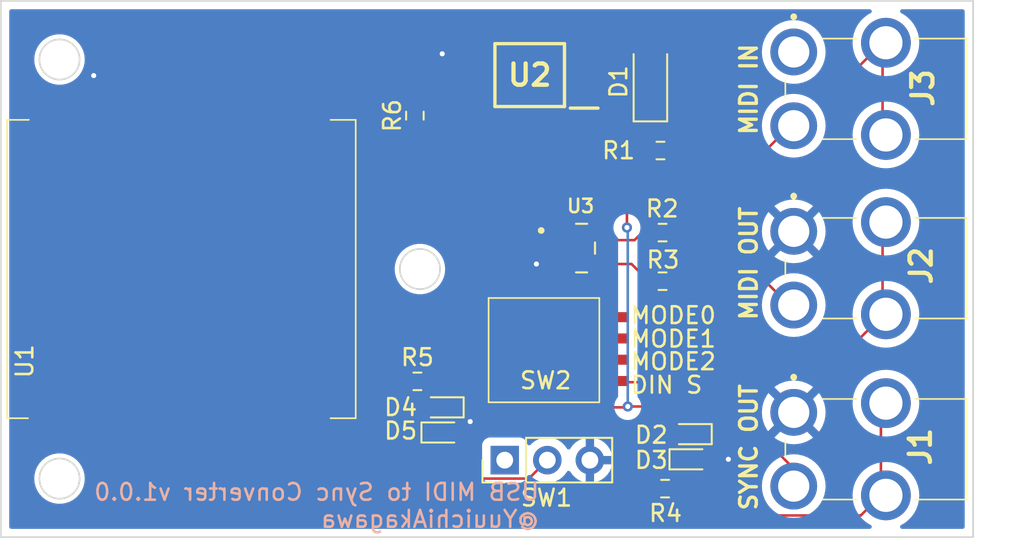
<source format=kicad_pcb>
(kicad_pcb (version 20221018) (generator pcbnew)
  (layers (0 "F.Cu" signal) (31 "B.Cu" signal) (34 "B.Paste" user) (35 "F.Paste" user) (36 "B.SilkS" user "B.Silkscreen") (37 "F.SilkS" user "F.Silkscreen") (38 "B.Mask" user) (39 "F.Mask" user) (44 "Edge.Cuts" user))
  (net 0 "")
  (net 1 "GND")
  (net 2 "Net-(J2-Ring)")
  (net 4 "Net-(SW1-B)")
  (net 5 "Net-(J1-Ring)")
  (net 6 "Net-(U1-PA11_A3_D3)")
  (net 7 "Net-(U1-PA8_A4_D4_SDA)")
  (net 8 "Net-(D1-A)")
  (net 9 "Net-(U1-PA9_A5_D5_SCL)")
  (net 12 "+3.3V")
  (net 13 "Net-(J2-Tip)")
  (net 15 "Net-(J3-Ring)")
  (net 16 "Net-(U1-PB08_A6_D6_TX)")
  (net 17 "+5V")
  (net 18 "Net-(U1-PA02_A0_D0)")
  (net 19 "Net-(U1-PA10_A2_D2)")
  (net 21 "Net-(D1-K)")
  (net 22 "Net-(D2-A)")
  (net 23 "Net-(D4-A)")
  (net 24 "Net-(U3-Y)")
  (net 25 "Net-(U1-PB09_A7_D7_RX)")
  (footprint "00_MyFootprintLibs:MJ8435" (layer "F.Cu") (at 102.3 85.55 -90)
    (fp_text reference "J3" (at 2.15 -7.7 -90) (layer "F.SilkS") (effects (font (size 1.27 1.27) (thickness 0.254))))
    (fp_text value "MJ8435" hide)
    (fp_line (start -2 0) (end -2 0) (stroke (width 0.2)) (layer "F.SilkS"))
    (fp_line (start -2 0) (end -2 0) (stroke (width 0.2)) (layer "F.SilkS"))
    (fp_line (start -0.8 -10.3) (end 5.2 -10.3) (stroke (width 0.1)) (layer "F.SilkS"))
    (fp_line (start -0.8 -7.25) (end -0.8 -10.3) (stroke (width 0.1)) (layer "F.SilkS"))
    (fp_line (start -0.8 -3.75) (end -0.8 -1.75) (stroke (width 0.1)) (layer "F.SilkS"))
    (fp_line (start 1.7 0.5) (end 2.7 0.5) (stroke (width 0.1)) (layer "F.SilkS"))
    (fp_line (start 5.2 -10.3) (end 5.2 -7.25) (stroke (width 0.1)) (layer "F.SilkS"))
    (fp_line (start 5.2 -3.75) (end 5.2 -1.75) (stroke (width 0.1)) (layer "F.SilkS"))
    (fp_arc (start -2.2 0) (mid -2.1 -0.1) (end -2 0) (stroke (width 0.2)) (layer "F.SilkS"))
    (fp_arc (start -2 0) (mid -2.1 0.1) (end -2.2 0) (stroke (width 0.2)) (layer "F.SilkS"))
    (pad "1" thru_hole circle (at 0 0 270) (size 2.79 2.79) (drill 1.86) (layers "*.Cu" "*.Mask"))
    (pad "2" thru_hole circle (at -0.55 -5.5 270) (size 2.97 2.97) (drill 1.98) (layers "*.Cu" "*.Mask") (net 8 "Net-(D1-A)"))
    (pad "2" thru_hole circle (at 4.95 -5.5 270) (size 2.97 2.97) (drill 1.98) (layers "*.Cu" "*.Mask") (net 8 "Net-(D1-A)"))
    (pad "3" thru_hole circle (at 4.4 0 270) (size 2.79 2.79) (drill 1.86) (layers "*.Cu" "*.Mask") (net 15 "Net-(J3-Ring)"))
  )
  (footprint "Diode_SMD:D_SOD-123" (layer "F.Cu") (at 93.75 87.33 90)
    (fp_text reference "D1" (at 0 -1.9 90) (layer "F.SilkS") (effects (font (thickness 0.153))))
    (fp_text value "1N4148W")
    (fp_line (start -2.36 -1) (end -2.36 1) (stroke (width 0.12)) (layer "F.SilkS"))
    (fp_line (start -2.36 -1) (end 1.65 -1) (stroke (width 0.12)) (layer "F.SilkS"))
    (fp_line (start -2.36 1) (end 1.65 1) (stroke (width 0.12)) (layer "F.SilkS"))
    (pad "1" smd roundrect (at -1.65 0 90) (size 0.9 1.2) (layers "F.Cu" "F.Paste" "F.Mask") (net 21 "Net-(D1-K)"))
    (pad "2" smd roundrect (at 1.65 0 90) (size 0.9 1.2) (layers "F.Cu" "F.Paste" "F.Mask") (net 8 "Net-(D1-A)"))
  )
  (footprint "Resistor_SMD:R_0603_1608Metric" (layer "F.Cu") (at 94.475 99.225)
    (fp_text reference "R3" (at 0.025 -1.275) (layer "F.SilkS") (effects (font (thickness 0.153))))
    (fp_text value "220")
    (fp_line (start -0.237258 -0.5225) (end 0.237258 -0.5225) (stroke (width 0.12)) (layer "F.SilkS"))
    (fp_line (start -0.237258 0.5225) (end 0.237258 0.5225) (stroke (width 0.12)) (layer "F.SilkS"))
    (pad "1" smd roundrect (at -0.825 0) (size 0.8 0.95) (layers "F.Cu" "F.Paste" "F.Mask") (net 24 "Net-(U3-Y)"))
    (pad "2" smd roundrect (at 0.825 0) (size 0.8 0.95) (layers "F.Cu" "F.Paste" "F.Mask") (net 13 "Net-(J2-Tip)"))
  )
  (footprint "00_MyFootprintLibs:MJ8435" (layer "F.Cu") (at 102.3 96.25 -90)
    (fp_text reference "J2" (at 2.05 -7.6 -90) (layer "F.SilkS") (effects (font (size 1.27 1.27) (thickness 0.254))))
    (fp_text value "MJ8435" hide)
    (fp_line (start -2 0) (end -2 0) (stroke (width 0.2)) (layer "F.SilkS"))
    (fp_line (start -2 0) (end -2 0) (stroke (width 0.2)) (layer "F.SilkS"))
    (fp_line (start -0.8 -10.3) (end 5.2 -10.3) (stroke (width 0.1)) (layer "F.SilkS"))
    (fp_line (start -0.8 -7.25) (end -0.8 -10.3) (stroke (width 0.1)) (layer "F.SilkS"))
    (fp_line (start -0.8 -3.75) (end -0.8 -1.75) (stroke (width 0.1)) (layer "F.SilkS"))
    (fp_line (start 1.7 0.5) (end 2.7 0.5) (stroke (width 0.1)) (layer "F.SilkS"))
    (fp_line (start 5.2 -10.3) (end 5.2 -7.25) (stroke (width 0.1)) (layer "F.SilkS"))
    (fp_line (start 5.2 -3.75) (end 5.2 -1.75) (stroke (width 0.1)) (layer "F.SilkS"))
    (fp_arc (start -2.2 0) (mid -2.1 -0.1) (end -2 0) (stroke (width 0.2)) (layer "F.SilkS"))
    (fp_arc (start -2 0) (mid -2.1 0.1) (end -2.2 0) (stroke (width 0.2)) (layer "F.SilkS"))
    (pad "1" thru_hole circle (at 0 0 270) (size 2.79 2.79) (drill 1.86) (layers "*.Cu" "*.Mask") (net 1 "GND"))
    (pad "2" thru_hole circle (at -0.55 -5.5 270) (size 2.97 2.97) (drill 1.98) (layers "*.Cu" "*.Mask") (net 13 "Net-(J2-Tip)"))
    (pad "2" thru_hole circle (at 4.95 -5.5 270) (size 2.97 2.97) (drill 1.98) (layers "*.Cu" "*.Mask") (net 13 "Net-(J2-Tip)"))
    (pad "3" thru_hole circle (at 4.4 0 270) (size 2.79 2.79) (drill 1.86) (layers "*.Cu" "*.Mask") (net 2 "Net-(J2-Ring)"))
  )
  (footprint "00_MyFootprintLibs:KHS42E" (layer "F.Cu") (at 87.4 106.45)
    (fp_text reference "SW2" (at 0.1 -1.3 unlocked) (layer "F.SilkS") (effects (font (thickness 0.153))))
    (fp_text value "SW_DIP_x04" hide)
    (fp_line (start -3.302 -6.223) (end -3.302 0) (stroke (width 0.1)) (layer "F.SilkS"))
    (fp_line (start -3.302 0) (end 3.302 0) (stroke (width 0.1)) (layer "F.SilkS"))
    (fp_line (start 3.302 -6.223) (end -3.302 -6.223) (stroke (width 0.1)) (layer "F.SilkS"))
    (fp_line (start 3.302 0) (end 3.302 -6.223) (stroke (width 0.1)) (layer "F.SilkS"))
    (pad "1" smd rect (at -4.191 -1.27) (size 1.55 0.6) (layers "F.Cu" "F.Paste" "F.Mask") (net 23 "Net-(D4-A)"))
    (pad "2" smd rect (at -4.191 -2.54) (size 1.55 0.6) (layers "F.Cu" "F.Paste" "F.Mask") (net 6 "Net-(U1-PA11_A3_D3)"))
    (pad "3" smd rect (at -4.191 -3.81) (size 1.55 0.6) (layers "F.Cu" "F.Paste" "F.Mask") (net 7 "Net-(U1-PA8_A4_D4_SDA)"))
    (pad "4" smd rect (at -4.191 -5.08) (size 1.55 0.6) (layers "F.Cu" "F.Paste" "F.Mask") (net 9 "Net-(U1-PA9_A5_D5_SCL)"))
    (pad "5" smd rect (at 4.191 -1.27) (size 1.55 0.6) (layers "F.Cu" "F.Paste" "F.Mask") (net 5 "Net-(J1-Ring)"))
    (pad "6" smd rect (at 4.191 -2.54) (size 1.55 0.6) (layers "F.Cu" "F.Paste" "F.Mask") (net 1 "GND"))
    (pad "7" smd rect (at 4.191 -3.81) (size 1.55 0.6) (layers "F.Cu" "F.Paste" "F.Mask") (net 1 "GND"))
    (pad "8" smd rect (at 4.191 -5.08) (size 1.55 0.6) (layers "F.Cu" "F.Paste" "F.Mask") (net 1 "GND"))
  )
  (footprint "Resistor_SMD:R_0603_1608Metric" (layer "F.Cu") (at 94.625 111.6)
    (fp_text reference "R4" (at 0.025 1.47) (layer "F.SilkS") (effects (font (thickness 0.153))))
    (fp_text value "1k")
    (fp_line (start -0.237258 -0.5225) (end 0.237258 -0.5225) (stroke (width 0.12)) (layer "F.SilkS"))
    (fp_line (start -0.237258 0.5225) (end 0.237258 0.5225) (stroke (width 0.12)) (layer "F.SilkS"))
    (pad "1" smd roundrect (at -0.825 0) (size 0.8 0.95) (layers "F.Cu" "F.Paste" "F.Mask") (net 18 "Net-(U1-PA02_A0_D0)"))
    (pad "2" smd roundrect (at 0.825 0) (size 0.8 0.95) (layers "F.Cu" "F.Paste" "F.Mask") (net 22 "Net-(D2-A)"))
  )
  (footprint "00_MyFootprintLibs:MOUDLE14P-XIAO-SMD-2.54-21X17.8MM" (layer "F.Cu") (at 76.17 107.4 90)
    (fp_text reference "U1" (at 3.4 -19.75 90 unlocked) (layer "F.SilkS") (effects (font (thickness 0.153))))
    (fp_text value "MOUDLE-SEEEDUINO-XIAO")
    (fp_line (start 0 -20.8) (end 0 -19.55) (stroke (width 0.1)) (layer "F.SilkS"))
    (fp_line (start 0 -20.8) (end 17.8 -20.8) (stroke (width 0.1)) (layer "F.SilkS"))
    (fp_line (start 0 0) (end 0 -1.5) (stroke (width 0.1)) (layer "F.SilkS"))
    (fp_line (start 0 0) (end 17.8 0) (stroke (width 0.1)) (layer "F.SilkS"))
    (fp_line (start 17.8 -20.8) (end 17.8 -19.5) (stroke (width 0.1)) (layer "F.SilkS"))
    (fp_line (start 17.8 0) (end 17.8 -1.5) (stroke (width 0.1)) (layer "F.SilkS"))
    (pad "1" smd roundrect (at 0.835 -18.12 90) (size 2.75 2) (layers "F.Cu" "F.Paste" "F.Mask") (net 18 "Net-(U1-PA02_A0_D0)"))
    (pad "2" smd roundrect (at 0.835 -15.58 90) (size 2.75 2) (layers "F.Cu" "F.Paste" "F.Mask") (net 4 "Net-(SW1-B)"))
    (pad "3" smd roundrect (at 0.835 -13.04 90) (size 2.75 2) (layers "F.Cu" "F.Paste" "F.Mask") (net 19 "Net-(U1-PA10_A2_D2)"))
    (pad "4" smd roundrect (at 0.835 -10.5 90) (size 2.75 2) (layers "F.Cu" "F.Paste" "F.Mask") (net 6 "Net-(U1-PA11_A3_D3)"))
    (pad "5" smd roundrect (at 0.835 -7.96 90) (size 2.75 2) (layers "F.Cu" "F.Paste" "F.Mask") (net 7 "Net-(U1-PA8_A4_D4_SDA)"))
    (pad "6" smd roundrect (at 0.835 -5.42 90) (size 2.75 2) (layers "F.Cu" "F.Paste" "F.Mask") (net 9 "Net-(U1-PA9_A5_D5_SCL)"))
    (pad "7" smd roundrect (at 0.835 -2.88 90) (size 2.75 2) (layers "F.Cu" "F.Paste" "F.Mask") (net 16 "Net-(U1-PB08_A6_D6_TX)"))
    (pad "8" smd roundrect (at 17 -2.88 90) (size 2.75 2) (layers "F.Cu" "F.Paste" "F.Mask") (net 25 "Net-(U1-PB09_A7_D7_RX)"))
    (pad "9" smd roundrect (at 17 -5.42 90) (size 2.75 2) (layers "F.Cu" "F.Paste" "F.Mask"))
    (pad "10" smd roundrect (at 17 -7.96 90) (size 2.75 2) (layers "F.Cu" "F.Paste" "F.Mask"))
    (pad "11" smd roundrect (at 17 -10.5 90) (size 2.75 2) (layers "F.Cu" "F.Paste" "F.Mask"))
    (pad "12" smd roundrect (at 17 -13.04 90) (size 2.75 2) (layers "F.Cu" "F.Paste" "F.Mask") (net 12 "+3.3V"))
    (pad "13" smd roundrect (at 17 -15.58 90) (size 2.75 2) (layers "F.Cu" "F.Paste" "F.Mask") (net 1 "GND"))
    (pad "14" smd roundrect (at 17 -18.12 90) (size 2.75 2) (layers "F.Cu" "F.Paste" "F.Mask") (net 17 "+5V"))
  )
  (footprint "Resistor_SMD:R_0603_1608Metric" (layer "F.Cu") (at 79.7 89.35 -90)
    (fp_text reference "R6" (at 0 1.35 90) (layer "F.SilkS") (effects (font (thickness 0.153))))
    (fp_text value "1k")
    (fp_line (start -0.237258 -0.5225) (end 0.237258 -0.5225) (stroke (width 0.12)) (layer "F.SilkS"))
    (fp_line (start -0.237258 0.5225) (end 0.237258 0.5225) (stroke (width 0.12)) (layer "F.SilkS"))
    (pad "1" smd roundrect (at -0.825 0 270) (size 0.8 0.95) (layers "F.Cu" "F.Paste" "F.Mask") (net 25 "Net-(U1-PB09_A7_D7_RX)"))
    (pad "2" smd roundrect (at 0.825 0 270) (size 0.8 0.95) (layers "F.Cu" "F.Paste" "F.Mask") (net 12 "+3.3V"))
  )
  (footprint "Connector_PinHeader_2.54mm:PinHeader_1x03_P2.54mm_Vertical" (layer "F.Cu") (at 85.06 109.9 90)
    (fp_text reference "SW1" (at -2.25 2.49 180) (layer "F.SilkS") (effects (font (thickness 0.153))))
    (fp_text value "SW_SPDT" hide)
    (fp_line (start -1.33 -1.33) (end 0 -1.33) (stroke (width 0.12)) (layer "F.SilkS"))
    (fp_line (start -1.33 0) (end -1.33 -1.33) (stroke (width 0.12)) (layer "F.SilkS"))
    (fp_line (start -1.33 1.27) (end -1.33 6.41) (stroke (width 0.12)) (layer "F.SilkS"))
    (fp_line (start -1.33 1.27) (end 1.33 1.27) (stroke (width 0.12)) (layer "F.SilkS"))
    (fp_line (start -1.33 6.41) (end 1.33 6.41) (stroke (width 0.12)) (layer "F.SilkS"))
    (fp_line (start 1.33 1.27) (end 1.33 6.41) (stroke (width 0.12)) (layer "F.SilkS"))
    (pad "1" thru_hole rect (at 0 0 90) (size 1.7 1.7) (drill 1) (layers "*.Cu" "*.Mask"))
    (pad "2" thru_hole oval (at 0 2.54 90) (size 1.7 1.7) (drill 1) (layers "*.Cu" "*.Mask") (net 4 "Net-(SW1-B)"))
    (pad "3" thru_hole oval (at 0 5.08 90) (size 1.7 1.7) (drill 1) (layers "*.Cu" "*.Mask") (net 1 "GND"))
  )
  (footprint "Resistor_SMD:R_0603_1608Metric" (layer "F.Cu") (at 94.475 96.325 180)
    (fp_text reference "R2" (at 0.025 1.425) (layer "F.SilkS") (effects (font (thickness 0.153))))
    (fp_text value "220")
    (fp_line (start -0.237258 -0.5225) (end 0.237258 -0.5225) (stroke (width 0.12)) (layer "F.SilkS"))
    (fp_line (start -0.237258 0.5225) (end 0.237258 0.5225) (stroke (width 0.12)) (layer "F.SilkS"))
    (pad "1" smd roundrect (at -0.825 0 180) (size 0.8 0.95) (layers "F.Cu" "F.Paste" "F.Mask") (net 2 "Net-(J2-Ring)"))
    (pad "2" smd roundrect (at 0.825 0 180) (size 0.8 0.95) (layers "F.Cu" "F.Paste" "F.Mask") (net 17 "+5V"))
  )
  (footprint "00_MyFootprintLibs:SOT95P280X145-5N" (layer "F.Cu") (at 89.645 97.25)
    (fp_text reference "U3" (at -0.06 -2.508) (layer "F.SilkS") (effects (font (size 0.8 0.8) (thickness 0.153) bold)))
    (fp_text value "SN74LV1T34DBVR")
    (fp_line (start -0.33 -1.45) (end 0.33 -1.45) (stroke (width 0.127)) (layer "F.SilkS"))
    (fp_line (start 0.33 1.45) (end -0.33 1.45) (stroke (width 0.127)) (layer "F.SilkS"))
    (fp_line (start 0.8 -0.335) (end 0.8 0.335) (stroke (width 0.127)) (layer "F.SilkS"))
    (fp_circle (center -2.41 -1.05) (end -2.31 -1.05) (stroke (width 0.2)) (fill none) (layer "F.SilkS"))
    (pad "1" smd roundrect (at -1.255 -0.95) (size 1.21 0.59) (layers "F.Cu" "F.Paste" "F.Mask") (roundrect_rratio 0.15))
    (pad "2" smd roundrect (at -1.255 0) (size 1.21 0.59) (layers "F.Cu" "F.Paste" "F.Mask") (roundrect_rratio 0.15) (net 16 "Net-(U1-PB08_A6_D6_TX)"))
    (pad "3" smd roundrect (at -1.255 0.95) (size 1.21 0.59) (layers "F.Cu" "F.Paste" "F.Mask") (roundrect_rratio 0.15) (net 1 "GND"))
    (pad "4" smd roundrect (at 1.255 0.95) (size 1.21 0.59) (layers "F.Cu" "F.Paste" "F.Mask") (roundrect_rratio 0.15) (net 24 "Net-(U3-Y)"))
    (pad "5" smd roundrect (at 1.255 -0.95) (size 1.21 0.59) (layers "F.Cu" "F.Paste" "F.Mask") (roundrect_rratio 0.15) (net 17 "+5V"))
  )
  (footprint "Diode_SMD:D_SOD-523" (layer "F.Cu") (at 96.15 108.35 180)
    (fp_text reference "D2" (at 2.35 -0.05 180) (layer "F.SilkS") (effects (font (thickness 0.153))))
    (fp_text value "BAT43W-V" hide)
    (fp_line (start -1.26 -0.6) (end -1.26 0.6) (stroke (width 0.12)) (layer "F.SilkS"))
    (fp_line (start 0.7 -0.6) (end -1.26 -0.6) (stroke (width 0.12)) (layer "F.SilkS"))
    (fp_line (start 0.7 0.6) (end -1.26 0.6) (stroke (width 0.12)) (layer "F.SilkS"))
    (pad "1" smd roundrect (at -0.7 0) (size 0.6 0.7) (layers "F.Cu" "F.Paste" "F.Mask") (net 12 "+3.3V"))
    (pad "2" smd roundrect (at 0.7 0) (size 0.6 0.7) (layers "F.Cu" "F.Paste" "F.Mask") (net 22 "Net-(D2-A)"))
  )
  (footprint "Resistor_SMD:R_0603_1608Metric" (layer "F.Cu") (at 79.85 105.2)
    (fp_text reference "R5" (at 0 -1.43) (layer "F.SilkS") (effects (font (thickness 0.153))))
    (fp_text value "1k")
    (fp_line (start -0.237258 -0.5225) (end 0.237258 -0.5225) (stroke (width 0.12)) (layer "F.SilkS"))
    (fp_line (start -0.237258 0.5225) (end 0.237258 0.5225) (stroke (width 0.12)) (layer "F.SilkS"))
    (pad "1" smd roundrect (at -0.825 0) (size 0.8 0.95) (layers "F.Cu" "F.Paste" "F.Mask") (net 19 "Net-(U1-PA10_A2_D2)"))
    (pad "2" smd roundrect (at 0.825 0) (size 0.8 0.95) (layers "F.Cu" "F.Paste" "F.Mask") (net 23 "Net-(D4-A)"))
  )
  (footprint "Diode_SMD:D_SOD-523" (layer "F.Cu") (at 81.35 106.75 180)
    (fp_text reference "D4" (at 2.5 0) (layer "F.SilkS") (effects (font (thickness 0.153))))
    (fp_text value "BAT43W-V" hide)
    (fp_line (start -1.26 -0.6) (end -1.26 0.6) (stroke (width 0.12)) (layer "F.SilkS"))
    (fp_line (start 0.7 -0.6) (end -1.26 -0.6) (stroke (width 0.12)) (layer "F.SilkS"))
    (fp_line (start 0.7 0.6) (end -1.26 0.6) (stroke (width 0.12)) (layer "F.SilkS"))
    (pad "1" smd roundrect (at -0.7 0) (size 0.6 0.7) (layers "F.Cu" "F.Paste" "F.Mask") (net 12 "+3.3V"))
    (pad "2" smd roundrect (at 0.7 0) (size 0.6 0.7) (layers "F.Cu" "F.Paste" "F.Mask") (net 23 "Net-(D4-A)"))
  )
  (footprint "00_MyFootprintLibs:MJ8435" (layer "F.Cu") (at 102.3 107.05 -90)
    (fp_text reference "J1" (at 2.05 -7.55 -90) (layer "F.SilkS") (effects (font (size 1.27 1.27) (thickness 0.254))))
    (fp_text value "MJ8435" hide)
    (fp_line (start -2 0) (end -2 0) (stroke (width 0.2)) (layer "F.SilkS"))
    (fp_line (start -2 0) (end -2 0) (stroke (width 0.2)) (layer "F.SilkS"))
    (fp_line (start -0.8 -10.3) (end 5.2 -10.3) (stroke (width 0.1)) (layer "F.SilkS"))
    (fp_line (start -0.8 -7.25) (end -0.8 -10.3) (stroke (width 0.1)) (layer "F.SilkS"))
    (fp_line (start -0.8 -3.75) (end -0.8 -1.75) (stroke (width 0.1)) (layer "F.SilkS"))
    (fp_line (start 1.7 0.5) (end 2.7 0.5) (stroke (width 0.1)) (layer "F.SilkS"))
    (fp_line (start 5.2 -10.3) (end 5.2 -7.25) (stroke (width 0.1)) (layer "F.SilkS"))
    (fp_line (start 5.2 -3.75) (end 5.2 -1.75) (stroke (width 0.1)) (layer "F.SilkS"))
    (fp_arc (start -2.2 0) (mid -2.1 -0.1) (end -2 0) (stroke (width 0.2)) (layer "F.SilkS"))
    (fp_arc (start -2 0) (mid -2.1 0.1) (end -2.2 0) (stroke (width 0.2)) (layer "F.SilkS"))
    (pad "1" thru_hole circle (at 0 0 270) (size 2.79 2.79) (drill 1.86) (layers "*.Cu" "*.Mask") (net 1 "GND"))
    (pad "2" thru_hole circle (at -0.55 -5.5 270) (size 2.97 2.97) (drill 1.98) (layers "*.Cu" "*.Mask") (net 22 "Net-(D2-A)"))
    (pad "2" thru_hole circle (at 4.95 -5.5 270) (size 2.97 2.97) (drill 1.98) (layers "*.Cu" "*.Mask") (net 22 "Net-(D2-A)"))
    (pad "3" thru_hole circle (at 4.4 0 270) (size 2.79 2.79) (drill 1.86) (layers "*.Cu" "*.Mask") (net 5 "Net-(J1-Ring)"))
  )
  (footprint "Diode_SMD:D_SOD-523" (layer "F.Cu") (at 96.15 109.85)
    (fp_text reference "D3" (at -2.35 0.05) (layer "F.SilkS") (effects (font (thickness 0.153))))
    (fp_text value "BAT43W-V" hide)
    (fp_line (start -1.26 -0.6) (end -1.26 0.6) (stroke (width 0.12)) (layer "F.SilkS"))
    (fp_line (start 0.7 -0.6) (end -1.26 -0.6) (stroke (width 0.12)) (layer "F.SilkS"))
    (fp_line (start 0.7 0.6) (end -1.26 0.6) (stroke (width 0.12)) (layer "F.SilkS"))
    (pad "1" smd roundrect (at -0.7 0 180) (size 0.6 0.7) (layers "F.Cu" "F.Paste" "F.Mask") (net 22 "Net-(D2-A)"))
    (pad "2" smd roundrect (at 0.7 0 180) (size 0.6 0.7) (layers "F.Cu" "F.Paste" "F.Mask") (net 1 "GND"))
  )
  (footprint "00_MyFootprintLibs:SOIC127P700X230-6N" (layer "F.Cu") (at 86.55 86.93 180)
    (fp_text reference "U2" (at 0 0 180) (layer "F.SilkS") (effects (font (size 1.27 1.27) (thickness 0.254))))
    (fp_text value "TLP2368_TPL,E" hide)
    (fp_line (start -4.075 -1.97) (end -2.425 -1.97) (stroke (width 0.2)) (layer "F.SilkS"))
    (fp_line (start -2.075 -1.875) (end 2.075 -1.875) (stroke (width 0.2)) (layer "F.SilkS"))
    (fp_line (start -2.075 1.875) (end -2.075 -1.875) (stroke (width 0.2)) (layer "F.SilkS"))
    (fp_line (start 2.075 -1.875) (end 2.075 1.875) (stroke (width 0.2)) (layer "F.SilkS"))
    (fp_line (start 2.075 1.875) (end -2.075 1.875) (stroke (width 0.2)) (layer "F.SilkS"))
    (pad "1" smd rect (at -3.25 -1.27 270) (size 0.7 1.65) (layers "F.Cu" "F.Paste" "F.Mask") (net 21 "Net-(D1-K)"))
    (pad "2" smd rect (at -3.25 0 270) (size 0.7 1.65) (layers "F.Cu" "F.Paste" "F.Mask"))
    (pad "3" smd rect (at -3.25 1.27 270) (size 0.7 1.65) (layers "F.Cu" "F.Paste" "F.Mask") (net 8 "Net-(D1-A)"))
    (pad "4" smd rect (at 3.25 1.27 270) (size 0.7 1.65) (layers "F.Cu" "F.Paste" "F.Mask") (net 1 "GND"))
    (pad "5" smd rect (at 3.25 0 270) (size 0.7 1.65) (layers "F.Cu" "F.Paste" "F.Mask") (net 25 "Net-(U1-PB09_A7_D7_RX)"))
    (pad "6" smd rect (at 3.25 -1.27 270) (size 0.7 1.65) (layers "F.Cu" "F.Paste" "F.Mask") (net 12 "+3.3V"))
  )
  (footprint "Resistor_SMD:R_0603_1608Metric" (layer "F.Cu") (at 94.35 91.43)
    (fp_text reference "R1" (at -2.5 0) (layer "F.SilkS") (effects (font (thickness 0.153))))
    (fp_text value "220")
    (fp_line (start -0.237258 -0.5225) (end 0.237258 -0.5225) (stroke (width 0.12)) (layer "F.SilkS"))
    (fp_line (start -0.237258 0.5225) (end 0.237258 0.5225) (stroke (width 0.12)) (layer "F.SilkS"))
    (pad "1" smd roundrect (at -0.825 0) (size 0.8 0.95) (layers "F.Cu" "F.Paste" "F.Mask") (net 21 "Net-(D1-K)"))
    (pad "2" smd roundrect (at 0.825 0) (size 0.8 0.95) (layers "F.Cu" "F.Paste" "F.Mask") (net 15 "Net-(J3-Ring)"))
  )
  (footprint "Diode_SMD:D_SOD-523" (layer "F.Cu") (at 81.35 108.25)
    (fp_text reference "D5" (at -2.5 -0.1) (layer "F.SilkS") (effects (font (thickness 0.153))))
    (fp_text value "BAT43W-V" hide)
    (fp_line (start -1.26 -0.6) (end -1.26 0.6) (stroke (width 0.12)) (layer "F.SilkS"))
    (fp_line (start 0.7 -0.6) (end -1.26 -0.6) (stroke (width 0.12)) (layer "F.SilkS"))
    (fp_line (start 0.7 0.6) (end -1.26 0.6) (stroke (width 0.12)) (layer "F.SilkS"))
    (pad "1" smd roundrect (at -0.7 0 180) (size 0.6 0.7) (layers "F.Cu" "F.Paste" "F.Mask") (net 23 "Net-(D4-A)"))
    (pad "2" smd roundrect (at 0.7 0 180) (size 0.6 0.7) (layers "F.Cu" "F.Paste" "F.Mask") (net 1 "GND"))
  )
  (gr_circle (center 58.5 86) (end 59.7 86) (stroke (width 0.1)) (fill none) (layer "Edge.Cuts"))
  (gr_circle (center 80 98.5) (end 81.2 98.5) (stroke (width 0.1)) (fill none) (layer "Edge.Cuts"))
  (gr_rect (start 55 82.5) (end 113 114.5) (stroke (width 0.1)) (fill none) (layer "Edge.Cuts"))
  (gr_circle (center 58.5 111) (end 59.7 111) (stroke (width 0.1)) (fill none) (layer "Edge.Cuts"))
  (gr_text "USB MIDI to Sync Converter v1.0.0\n@YuuichiAkagawa" (at 87.2 114) (layer "B.SilkS") (effects (font (size 1 1) (thickness 0.153)) (justify left bottom mirror)))
  (gr_text "MODE0" (at 92.5 101.85) (layer "F.SilkS") (effects (font (size 1 1) (thickness 0.153)) (justify left bottom)))
  (gr_text "DIN S" (at 92.5 106) (layer "F.SilkS") (effects (font (size 1 1) (thickness 0.153) bold) (justify left bottom)))
  (gr_text "MIDI IN" (at 100.2 90.6 90) (layer "F.SilkS") (effects (font (size 1 1) (thickness 0.2) bold) (justify left bottom)))
  (gr_text "MODE1" (at 92.5 103.25) (layer "F.SilkS") (effects (font (size 1 1) (thickness 0.153)) (justify left bottom)))
  (gr_text "SYNC OUT" (at 100.2 113 90) (layer "F.SilkS") (effects (font (size 1 1) (thickness 0.2) bold) (justify left bottom)))
  (gr_text "MODE2" (at 92.5 104.6) (layer "F.SilkS") (effects (font (size 1 1) (thickness 0.153)) (justify left bottom)))
  (gr_text "MIDI OUT" (at 100.2 101.65 90) (layer "F.SilkS") (effects (font (size 1 1) (thickness 0.2) bold) (justify left bottom)))
  (segment (start 91.591 101.37) (end 88.22 101.37) (width 0.1524) (layer "F.Cu") (net 1))
  (segment (start 88.22 101.37) (end 86.95 100.1) (width 0.1524) (layer "F.Cu") (net 1))
  (segment (start 91.591 103.91) (end 91.591 102.64) (width 0.1524) (layer "F.Cu") (net 1))
  (segment (start 82.349992 108.25) (end 82.999992 107.6) (width 0.1524) (layer "F.Cu") (net 1))
  (segment (start 83.3 85.66) (end 82.78 85.66) (width 0.1524) (layer "F.Cu") (net 1))
  (segment (start 83.3 85.66) (end 81.33 85.66) (width 0.1524) (layer "F.Cu") (net 1))
  (segment (start 60.59 90.4) (end 60.54 90.35) (width 0.1524) (layer "F.Cu") (net 1))
  (segment (start 88.39 98.2) (end 86.950002 98.2) (width 0.1524) (layer "F.Cu") (net 1))
  (segment (start 86.95 100.1) (end 86.95 98.200002) (width 0.1524) (layer "F.Cu") (net 1))
  (segment (start 91.591 102.64) (end 91.591 101.37) (width 0.1524) (layer "F.Cu") (net 1))
  (segment (start 60.54 90.35) (end 60.54 86.959998) (width 0.1524) (layer "F.Cu") (net 1))
  (segment (start 96.85 109.85) (end 98.4 109.85) (width 0.1524) (layer "F.Cu") (net 1))
  (segment (start 82.05 108.25) (end 82.349992 108.25) (width 0.1524) (layer "F.Cu") (net 1))
  (segment (start 86.950002 98.2) (end 86.95 98.200002) (width 0.1524) (layer "F.Cu") (net 1))
  (segment (start 83.1 107.700008) (end 82.999992 107.6) (width 0.1524) (layer "F.Cu") (net 1))
  (via (at 86.95 98.200002) (size 0.605) (drill 0.3) (layers "F.Cu" "B.Cu") (net 1))
  (via (at 81.33 85.66) (size 0.605) (drill 0.3) (layers "F.Cu" "B.Cu") (net 1))
  (via (at 82.999992 107.6) (size 0.605) (drill 0.3) (layers "F.Cu" "B.Cu") (net 1))
  (via (at 98.4 109.85) (size 0.605) (drill 0.3) (layers "F.Cu" "B.Cu") (net 1))
  (via (at 60.54 86.959998) (size 0.605) (drill 0.3) (layers "F.Cu" "B.Cu") (net 1))
  (segment (start 99.2 109.85) (end 98.4 109.85) (width 0.1524) (layer "B.Cu") (net 1))
  (segment (start 85.805002 100.410002) (end 85.805 100.41) (width 0.1524) (layer "B.Cu") (net 1))
  (segment (start 60.579998 86.92) (end 60.54 86.959998) (width 0.1524) (layer "B.Cu") (net 1))
  (segment (start 102 107.05) (end 99.2 109.85) (width 0.1524) (layer "B.Cu") (net 1))
  (segment (start 97.68 96.305) (end 102.1 100.725) (width 0.1524) (layer "F.Cu") (net 2))
  (segment (start 95.4 96.305) (end 97.68 96.305) (width 0.1524) (layer "F.Cu") (net 2))
  (segment (start 63.3 111) (end 86.5 111) (width 0.1524) (layer "F.Cu") (net 4))
  (segment (start 60.59 106.565) (end 60.59 108.29) (width 0.1524) (layer "F.Cu") (net 4))
  (segment (start 60.59 108.29) (end 63.3 111) (width 0.1524) (layer "F.Cu") (net 4))
  (segment (start 61.34 105.665) (end 60.8 106.205) (width 0.1524) (layer "F.Cu") (net 4))
  (segment (start 86.5 111) (end 87.6 109.9) (width 0.1524) (layer "F.Cu") (net 4))
  (segment (start 102 110.1) (end 102 111.45) (width 0.1524) (layer "F.Cu") (net 5))
  (segment (start 91.511 105.1) (end 91.661 105.25) (width 0.1524) (layer "F.Cu") (net 5))
  (segment (start 97.15 105.25) (end 102 110.1) (width 0.1524) (layer "F.Cu") (net 5))
  (segment (start 91.591 105.18) (end 91.691 105.08) (width 0.1524) (layer "F.Cu") (net 5))
  (segment (start 91.661 105.25) (end 97.15 105.25) (width 0.1524) (layer "F.Cu") (net 5))
  (segment (start 77.23 103.93) (end 83.189 103.93) (width 0.1524) (layer "F.Cu") (net 6))
  (segment (start 66.3 109.1) (end 75.6 109.1) (width 0.1524) (layer "F.Cu") (net 6))
  (segment (start 77.2 103.9) (end 77.23 103.93) (width 0.1524) (layer "F.Cu") (net 6))
  (segment (start 65.67 106.565) (end 65.67 108.47) (width 0.1524) (layer "F.Cu") (net 6))
  (segment (start 65.67 108.47) (end 66.3 109.1) (width 0.1524) (layer "F.Cu") (net 6))
  (segment (start 83.189 103.93) (end 83.209 103.91) (width 0.1524) (layer "F.Cu") (net 6))
  (segment (start 75.6 109.1) (end 76.75 107.95) (width 0.1524) (layer "F.Cu") (net 6))
  (segment (start 76.75 104.35) (end 77.2 103.9) (width 0.1524) (layer "F.Cu") (net 6))
  (segment (start 76.75 107.95) (end 76.75 104.35) (width 0.1524) (layer "F.Cu") (net 6))
  (segment (start 68.8 108.7) (end 75.06 108.7) (width 0.1524) (layer "F.Cu") (net 7))
  (segment (start 76.43 102.64) (end 83.209 102.64) (width 0.1524) (layer "F.Cu") (net 7))
  (segment (start 68.16 105.665) (end 68.16 108.06) (width 0.1524) (layer "F.Cu") (net 7))
  (segment (start 75.06 108.7) (end 76.05 107.71) (width 0.1524) (layer "F.Cu") (net 7))
  (segment (start 68.16 108.06) (end 68.8 108.7) (width 0.1524) (layer "F.Cu") (net 7))
  (segment (start 76.05 103.02) (end 76.43 102.64) (width 0.1524) (layer "F.Cu") (net 7))
  (segment (start 76.05 107.71) (end 76.05 103.02) (width 0.1524) (layer "F.Cu") (net 7))
  (segment (start 96.52 87.7) (end 104.9 87.7) (width 0.1524) (layer "F.Cu") (net 8))
  (segment (start 104.9 87.7) (end 107.6 85) (width 0.1524) (layer "F.Cu") (net 8))
  (segment (start 93.73 85.66) (end 93.75 85.68) (width 0.1524) (layer "F.Cu") (net 8))
  (segment (start 107.6 85) (end 107.6 90.5) (width 0.1524) (layer "F.Cu") (net 8))
  (segment (start 93.75 85.68) (end 94.5 85.68) (width 0.1524) (layer "F.Cu") (net 8))
  (segment (start 94.5 85.68) (end 96.52 87.7) (width 0.1524) (layer "F.Cu") (net 8))
  (segment (start 89.8 85.66) (end 93.73 85.66) (width 0.1524) (layer "F.Cu") (net 8))
  (segment (start 74.5 108.3) (end 75.34 107.46) (width 0.1524) (layer "F.Cu") (net 9))
  (segment (start 70.75 106.565) (end 70.75 107.45) (width 0.1524) (layer "F.Cu") (net 9))
  (segment (start 83.189 101.39) (end 83.209 101.37) (width 0.1524) (layer "F.Cu") (net 9))
  (segment (start 75.34 102.06) (end 76 101.4) (width 0.1524) (layer "F.Cu") (net 9))
  (segment (start 71.6 108.3) (end 74.5 108.3) (width 0.1524) (layer "F.Cu") (net 9))
  (segment (start 76.01 101.39) (end 83.189 101.39) (width 0.1524) (layer "F.Cu") (net 9))
  (segment (start 75.34 107.46) (end 75.34 102.06) (width 0.1524) (layer "F.Cu") (net 9))
  (segment (start 70.75 107.45) (end 71.6 108.3) (width 0.1524) (layer "F.Cu") (net 9))
  (segment (start 79.7 90.175) (end 79.7 91.75) (width 0.1524) (layer "F.Cu") (net 12))
  (segment (start 63.13 91.83) (end 63.13 90.4) (width 0.1524) (layer "F.Cu") (net 12))
  (segment (start 82.05 106.75) (end 92.349996 106.75) (width 0.1524) (layer "F.Cu") (net 12))
  (segment (start 81.4 91.9) (end 79.85 91.9) (width 0.1524) (layer "F.Cu") (net 12))
  (segment (start 92.4 95.824996) (end 92.4 95.975008) (width 0.1524) (layer "F.Cu") (net 12))
  (segment (start 79.55 91.9) (end 74.7 91.9) (width 0.1524) (layer "F.Cu") (net 12))
  (segment (start 92.4 95.975008) (end 92.350008 96.025) (width 0.1524) (layer "F.Cu") (net 12))
  (segment (start 74.7 91.9) (end 74.1 92.5) (width 0.1524) (layer "F.Cu") (net 12))
  (segment (start 83 88.5) (end 83.3 88.2) (width 0.1524) (layer "F.Cu") (net 12))
  (segment (start 63.88 89.5) (end 63.2 90.18) (width 0.1524) (layer "F.Cu") (net 12))
  (segment (start 63.08 89.5) (end 63.13 89.55) (width 0.1524) (layer "F.Cu") (net 12))
  (segment (start 79.85 91.9) (end 79.7 91.75) (width 0.1524) (layer "F.Cu") (net 12))
  (segment (start 96.85 108.35) (end 95.2 106.7) (width 0.1524) (layer "F.Cu") (net 12))
  (segment (start 92.350008 94.750008) (end 92.350008 96.025) (width 0.1524) (layer "F.Cu") (net 12))
  (segment (start 81.4 91.9) (end 83.3 90) (width 0.1524) (layer "F.Cu") (net 12))
  (segment (start 92.349996 106.75) (end 92.399996 106.7) (width 0.1524) (layer "F.Cu") (net 12))
  (segment (start 63.8 92.5) (end 63.13 91.83) (width 0.1524) (layer "F.Cu") (net 12))
  (segment (start 79.7 91.75) (end 79.55 91.9) (width 0.1524) (layer "F.Cu") (net 12))
  (segment (start 83.3 90) (end 83.3 88.2) (width 0.1524) (layer "F.Cu") (net 12))
  (segment (start 85.8 88.2) (end 92.350008 94.750008) (width 0.1524) (layer "F.Cu") (net 12))
  (segment (start 83.3 88.2) (end 85.8 88.2) (width 0.1524) (layer "F.Cu") (net 12))
  (segment (start 74.1 92.5) (end 63.8 92.5) (width 0.1524) (layer "F.Cu") (net 12))
  (segment (start 95.2 106.7) (end 92.399996 106.7) (width 0.1524) (layer "F.Cu") (net 12))
  (via (at 92.399996 106.7) (size 0.605) (drill 0.3) (layers "F.Cu" "B.Cu") (net 12))
  (via (at 92.350008 96.025) (size 0.605) (drill 0.3) (layers "F.Cu" "B.Cu") (net 12))
  (segment (start 92.4 96.074992) (end 92.4 106.699996) (width 0.1524) (layer "B.Cu") (net 12))
  (segment (start 92.4 106.699996) (end 92.399996 106.7) (width 0.1524) (layer "B.Cu") (net 12))
  (segment (start 92.350008 96.025) (end 92.4 96.074992) (width 0.1524) (layer "B.Cu") (net 12))
  (segment (start 107.6 95.775) (end 107.6 101.275) (width 0.1524) (layer "F.Cu") (net 13))
  (segment (start 107.6 101.275) (end 106.175 102.7) (width 0.1524) (layer "F.Cu") (net 13))
  (segment (start 95.3 100.825) (end 95.3 99.225) (width 0.1524) (layer "F.Cu") (net 13))
  (segment (start 106.175 102.7) (end 97.175 102.7) (width 0.1524) (layer "F.Cu") (net 13))
  (segment (start 97.175 102.7) (end 95.3 100.825) (width 0.1524) (layer "F.Cu") (net 13))
  (segment (start 95.175 91.43) (end 100.62 91.43) (width 0.1524) (layer "F.Cu") (net 15))
  (segment (start 100.62 91.43) (end 102.1 89.95) (width 0.1524) (layer "F.Cu") (net 15))
  (segment (start 73.29 106.565) (end 73.24 106.515) (width 0.1524) (layer "F.Cu") (net 16))
  (segment (start 86.05 95.85) (end 87.45 97.25) (width 0.1524) (layer "F.Cu") (net 16))
  (segment (start 73.24 106.515) (end 73.24 98.685) (width 0.1524) (layer "F.Cu") (net 16))
  (segment (start 73.24 98.685) (end 76.075 95.85) (width 0.1524) (layer "F.Cu") (net 16))
  (segment (start 87.45 97.25) (end 88.39 97.25) (width 0.1524) (layer "F.Cu") (net 16))
  (segment (start 76.075 95.85) (end 86.05 95.85) (width 0.1524) (layer "F.Cu") (net 16))
  (segment (start 93.3676 96.6074) (end 93.65 96.325) (width 0.1524) (layer "F.Cu") (net 17))
  (segment (start 92.8 96.775) (end 93.25 96.325) (width 0.1524) (layer "F.Cu") (net 17))
  (segment (start 58.05 92.7) (end 59.775 94.425) (width 0.1524) (layer "F.Cu") (net 17))
  (segment (start 93.25 96.325) (end 93.65 96.325) (width 0.1524) (layer "F.Cu") (net 17))
  (segment (start 59.775 94.425) (end 89.025 94.425) (width 0.1524) (layer "F.Cu") (net 17))
  (segment (start 90.9 96.3) (end 91.375 96.775) (width 0.1524) (layer "F.Cu") (net 17))
  (segment (start 91.375 96.775) (end 92.8 96.775) (width 0.1524) (layer "F.Cu") (net 17))
  (segment (start 89.025 94.425) (end 90.9 96.3) (width 0.1524) (layer "F.Cu") (net 17))
  (segment (start 58.05 90.4) (end 58.05 92.7) (width 0.1524) (layer "F.Cu") (net 17))
  (segment (start 58.8 105.665) (end 58.1 106.365) (width 0.1524) (layer "F.Cu") (net 18))
  (segment (start 58.1 106.365) (end 58.1 107.45) (width 0.1524) (layer "F.Cu") (net 18))
  (segment (start 62.25 111.6) (end 93.8 111.6) (width 0.1524) (layer "F.Cu") (net 18))
  (segment (start 58.1 107.45) (end 62.25 111.6) (width 0.1524) (layer "F.Cu") (net 18))
  (segment (start 76.05 109.5) (end 77.4 108.15) (width 0.1524) (layer "F.Cu") (net 19))
  (segment (start 77.4 108.15) (end 77.4 105.6) (width 0.1524) (layer "F.Cu") (net 19))
  (segment (start 63.13 108.78) (end 63.85 109.5) (width 0.1524) (layer "F.Cu") (net 19))
  (segment (start 77.4 105.6) (end 77.8 105.2) (width 0.1524) (layer "F.Cu") (net 19))
  (segment (start 77.8 105.2) (end 79.025 105.2) (width 0.1524) (layer "F.Cu") (net 19))
  (segment (start 63.85 109.5) (end 76.05 109.5) (width 0.1524) (layer "F.Cu") (net 19))
  (segment (start 63.13 106.565) (end 63.13 108.78) (width 0.1524) (layer "F.Cu") (net 19))
  (segment (start 93.525 91.43) (end 93.525 89.205) (width 0.1524) (layer "F.Cu") (net 21))
  (segment (start 91.42 88.2) (end 89.8 88.2) (width 0.1524) (layer "F.Cu") (net 21))
  (segment (start 93.525 89.205) (end 93.75 88.98) (width 0.1524) (layer "F.Cu") (net 21))
  (segment (start 93.75 88.98) (end 92.2 88.98) (width 0.1524) (layer "F.Cu") (net 21))
  (segment (start 92.2 88.98) (end 91.42 88.2) (width 0.1524) (layer "F.Cu") (net 21))
  (segment (start 106.3 113.2) (end 107.5 112) (width 0.1524) (layer "F.Cu") (net 22))
  (segment (start 107.5 112) (end 107.5 106.5) (width 0.1524) (layer "F.Cu") (net 22))
  (segment (start 95.45 111.6) (end 96 111.6) (width 0.1524) (layer "F.Cu") (net 22))
  (segment (start 97.6 113.2) (end 106.3 113.2) (width 0.1524) (layer "F.Cu") (net 22))
  (segment (start 95.45 108.35) (end 95.45 109.85) (width 0.1524) (layer "F.Cu") (net 22))
  (segment (start 95.45 111.6) (end 95.45 109.85) (width 0.1524) (layer "F.Cu") (net 22))
  (segment (start 96 111.6) (end 97.6 113.2) (width 0.1524) (layer "F.Cu") (net 22))
  (segment (start 80.675 106.725) (end 80.65 106.75) (width 0.1524) (layer "F.Cu") (net 23))
  (segment (start 80.65 106.75) (end 80.65 108.25) (width 0.1524) (layer "F.Cu") (net 23))
  (segment (start 80.675 105.2) (end 80.675 106.725) (width 0.1524) (layer "F.Cu") (net 23))
  (segment (start 80.65 105.225) (end 80.675 105.2) (width 0.1524) (layer "F.Cu") (net 23))
  (segment (start 83.189 105.2) (end 83.209 105.18) (width 0.1524) (layer "F.Cu") (net 23))
  (segment (start 80.675 105.2) (end 83.189 105.2) (width 0.1524) (layer "F.Cu") (net 23))
  (segment (start 92.625 98.2) (end 93.65 99.225) (width 0.1524) (layer "F.Cu") (net 24))
  (segment (start 90.9 98.2) (end 92.625 98.2) (width 0.1524) (layer "F.Cu") (net 24))
  (segment (start 83.3 86.93) (end 79.8 86.93) (width 0.1524) (layer "F.Cu") (net 25))
  (segment (start 74.22 86.93) (end 73.29 87.86) (width 0.1524) (layer "F.Cu") (net 25))
  (segment (start 79.8 86.93) (end 74.22 86.93) (width 0.1524) (layer "F.Cu") (net 25))
  (segment (start 79.7 88.525) (end 79.7 87.03) (width 0.1524) (layer "F.Cu") (net 25))
  (segment (start 79.7 87.03) (end 79.8 86.93) (width 0.1524) (layer "F.Cu") (net 25))
  (segment (start 73.29 87.86) (end 73.29 90.4) (width 0.1524) (layer "F.Cu") (net 25))
  (zone (net 1) (net_name "GND") (layer "B.Cu") (connect_pads (clearance 0.5)) (min_thickness 0.25) (fill yes (thermal_gap 0.5) (thermal_bridge_width 0.5))
    (polygon (pts (xy 55.5 114) (xy 112.5 114) (xy 112.5 83) (xy 55.5 83)))
  )
)
</source>
